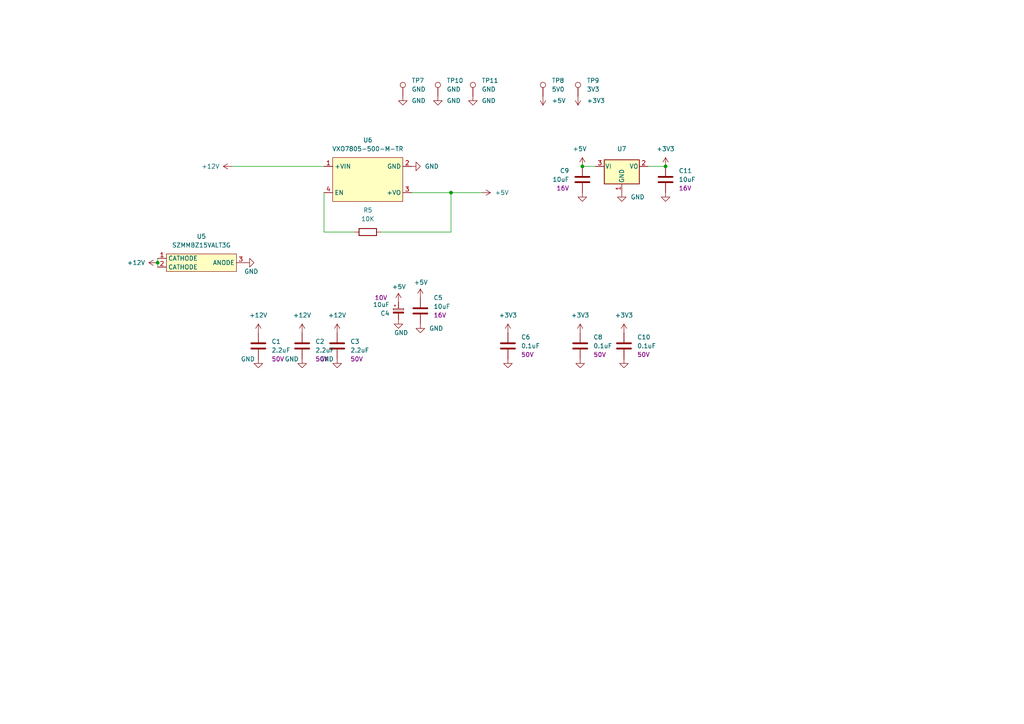
<source format=kicad_sch>
(kicad_sch (version 20211123) (generator eeschema)
  (paper "A4")
  (lib_symbols
    (symbol "Connector:TestPoint" (pin_numbers hide) (pin_names (offset 0.762) hide)
      (property "Reference" "TP" (at 0 6.858 0))
      (property "Value" "TestPoint" (at 0 5.08 0))
      (symbol "TestPoint_0_1"
        (circle (center 0 3.302) (radius 0.762))
      )
      (symbol "TestPoint_1_1"
        (pin passive line (at 0 0 90) (length 2.54) (name "1") (number "1"))
      )
    )
    (symbol "Converter_DCDC:VXO7805-500-M-TR"
      (property "Reference" "U" (at 0 0 0))
      (property "Value" "VXO7805-500-M-TR" (at 0 8.89 0))
      (symbol "VXO7805-500-M-TR_0_1"
        (rectangle (start -10.16 6.35) (end 10.16 -6.35) (fill (type background)))
        (pin power_in line (at -12.7 3.81 0) (length 2.54) (name "+VIN") (number "1"))
        (pin power_in line (at 12.7 3.81 180) (length 2.54) (name "GND") (number "2"))
        (pin power_out line (at 12.7 -3.81 180) (length 2.54) (name "+VO") (number "3"))
        (pin input line (at -12.7 -3.81 0) (length 2.54) (name "EN") (number "4"))
      )
    )
    (symbol "Device:C" (pin_numbers hide) (pin_names (offset 0.254))
      (property "Reference" "C" (at 0.635 2.54 0))
      (property "Value" "C" (at 0.635 -2.54 0))
      (symbol "C_0_1"
        (polyline (pts (xy -2.032 -0.762) (xy 2.032 -0.762)) (stroke (width 0.508)))
        (polyline (pts (xy -2.032 0.762) (xy 2.032 0.762)) (stroke (width 0.508)))
      )
      (symbol "C_1_1"
        (pin passive line (at 0 3.81 270) (length 2.794) (name "~") (number "1"))
        (pin passive line (at 0 -3.81 90) (length 2.794) (name "~") (number "2"))
      )
    )
    (symbol "Device:C_Polarized_Small" (pin_numbers hide) (pin_names (offset 0.254) hide)
      (property "Reference" "C" (at 0.254 1.778 0))
      (property "Value" "C_Polarized_Small" (at 0.254 -2.032 0))
      (symbol "C_Polarized_Small_0_1"
        (rectangle (start -1.524 -0.3048) (end 1.524 -0.6858) (fill (type outline)))
        (rectangle (start -1.524 0.6858) (end 1.524 0.3048))
        (polyline (pts (xy -1.27 1.524) (xy -0.762 1.524)))
        (polyline (pts (xy -1.016 1.27) (xy -1.016 1.778)))
      )
      (symbol "C_Polarized_Small_1_1"
        (pin passive line (at 0 2.54 270) (length 1.8542) (name "~") (number "1"))
        (pin passive line (at 0 -2.54 90) (length 1.8542) (name "~") (number "2"))
      )
    )
    (symbol "Device:R" (pin_numbers hide) (pin_names (offset 0))
      (property "Reference" "R" (at 2.032 0 90))
      (property "Value" "R" (at 0 0 90))
      (symbol "R_0_1"
        (rectangle (start -1.016 -2.54) (end 1.016 2.54) (stroke (width 0.254)))
      )
      (symbol "R_1_1"
        (pin passive line (at 0 3.81 270) (length 1.27) (name "~") (number "1"))
        (pin passive line (at 0 -3.81 90) (length 1.27) (name "~") (number "2"))
      )
    )
    (symbol "Power_Protection:SZMMBZ15VALT3G"
      (property "Reference" "U" (at 0 0 0))
      (property "Value" "SZMMBZ15VALT3G" (at 0 0 0))
      (symbol "SZMMBZ15VALT3G_0_1"
        (rectangle (start -10.16 -1.27) (end 10.16 -6.35) (fill (type background)))
        (pin input line (at -12.7 -2.54 0) (length 2.54) (name "CATHODE") (number "1"))
        (pin input line (at -12.7 -5.08 0) (length 2.54) (name "CATHODE") (number "2"))
        (pin input line (at 12.7 -3.81 180) (length 2.54) (name "ANODE") (number "3"))
      )
    )
    (symbol "Regulator_Linear:NCP1117LPST33T3G" (pin_names (offset 0.254))
      (property "Reference" "U" (at -3.81 3.175 0))
      (symbol "NCP1117LPST33T3G_0_1"
        (rectangle (start -5.08 -5.08) (end 5.08 1.905) (stroke (width 0.254)) (fill (type background)))
      )
      (symbol "NCP1117LPST33T3G_1_1"
        (pin power_in line (at 0 -7.62 90) (length 2.54) (name "GND") (number "1"))
        (pin power_out line (at 7.62 0 180) (length 2.54) (name "VO") (number "2"))
        (pin power_in line (at -7.62 0 0) (length 2.54) (name "VI") (number "3"))
      )
    )
    (symbol "power:+12V" (power) (pin_names (offset 0))
      (property "Value" "+12V" (at 0 3.556 0))
      (symbol "+12V_0_1"
        (polyline (pts (xy -0.762 1.27) (xy 0 2.54)))
        (polyline (pts (xy 0 0) (xy 0 2.54)))
        (polyline (pts (xy 0 2.54) (xy 0.762 1.27)))
      )
      (symbol "+12V_1_1"
        (pin power_in line (at 0 0 90) (length 0) hide (name "+12V") (number "1"))
      )
    )
    (symbol "power:+3V3" (power) (pin_names (offset 0))
      (property "Value" "+3V3" (at 0 3.556 0))
      (symbol "+3V3_0_1"
        (polyline (pts (xy -0.762 1.27) (xy 0 2.54)))
        (polyline (pts (xy 0 0) (xy 0 2.54)))
        (polyline (pts (xy 0 2.54) (xy 0.762 1.27)))
      )
      (symbol "+3V3_1_1"
        (pin power_in line (at 0 0 90) (length 0) hide (name "+3V3") (number "1"))
      )
    )
    (symbol "power:+5V" (power) (pin_names (offset 0))
      (property "Value" "+5V" (at 0 3.556 0))
      (symbol "+5V_0_1"
        (polyline (pts (xy -0.762 1.27) (xy 0 2.54)))
        (polyline (pts (xy 0 0) (xy 0 2.54)))
        (polyline (pts (xy 0 2.54) (xy 0.762 1.27)))
      )
      (symbol "+5V_1_1"
        (pin power_in line (at 0 0 90) (length 0) hide (name "+5V") (number "1"))
      )
    )
    (symbol "power:GND" (power) (pin_names (offset 0))
      (property "Value" "GND" (at 0 -3.81 0))
      (symbol "GND_0_1"
        (polyline (pts (xy 0 0) (xy 0 -1.27) (xy 1.27 -1.27) (xy 0 -2.54) (xy -1.27 -1.27) (xy 0 -1.27)))
      )
      (symbol "GND_1_1"
        (pin power_in line (at 0 0 270) (length 0) hide (name "GND") (number "1"))
      )
    )
  )
  (junction (at 168.91 48.26))
  (junction (at 45.72 76.2))
  (junction (at 130.81 55.88))
  (junction (at 193.04 48.26))
  (wire (pts (xy 168.91 48.26) (xy 172.72 48.26)))
  (wire (pts (xy 45.72 74.93) (xy 45.72 76.2)))
  (wire (pts (xy 119.38 55.88) (xy 130.81 55.88)))
  (wire (pts (xy 130.81 55.88) (xy 139.7 55.88)))
  (wire (pts (xy 67.31 48.26) (xy 93.98 48.26)))
  (wire (pts (xy 187.96 48.26) (xy 193.04 48.26)))
  (wire (pts (xy 130.81 67.31) (xy 130.81 55.88)))
  (wire (pts (xy 93.98 55.88) (xy 93.98 67.31)))
  (wire (pts (xy 93.98 67.31) (xy 102.87 67.31)))
  (wire (pts (xy 45.72 76.2) (xy 45.72 77.47)))
  (wire (pts (xy 110.49 67.31) (xy 130.81 67.31)))
  (symbol (lib_id "power:+5V") (at 157.48 27.94 180) (unit 1)
    (property "Reference" "#PWR0102" (effects hide))
    (property "Value" "+5V" (at 160.02 29.2099 0) (effects (justify right)))
  )
  (symbol (lib_id "power:GND") (at 127 27.94 0) (unit 1)
    (property "Reference" "#PWR0107" (effects hide))
    (property "Value" "GND" (at 129.54 29.2099 0) (effects (justify left)))
  )
  (symbol (lib_id "power:+3V3") (at 147.32 96.52 0) (unit 1)
    (property "Reference" "#PWR028" (effects hide))
    (property "Value" "+3V3" (at 147.32 91.44 0))
  )
  (symbol (lib_id "power:+3V3") (at 180.975 96.52 0) (unit 1)
    (property "Reference" "#PWR037" (effects hide))
    (property "Value" "+3V3" (at 180.975 91.44 0))
  )
  (symbol (lib_id "power:GND") (at 137.16 27.94 0) (unit 1)
    (property "Reference" "#PWR0106" (effects hide))
    (property "Value" "GND" (at 139.7 29.2099 0) (effects (justify left)))
  )
  (symbol (lib_id "power:+5V") (at 168.91 48.26 0) (unit 1)
    (property "Reference" "#PWR034" (effects hide))
    (property "Value" "+5V" (at 170.18 43.18 0) (effects (justify right)))
  )
  (symbol (lib_id "power:+12V") (at 97.79 96.52 0) (unit 1)
    (property "Reference" "#PWR020" (effects hide))
    (property "Value" "+12V" (at 97.79 91.44 0))
  )
  (symbol (lib_id "power:+12V") (at 45.72 76.2 90) (unit 1)
    (property "Reference" "#PWR013" (effects hide))
    (property "Value" "+12V" (at 36.83 76.2 90) (effects (justify right)))
  )
  (symbol (lib_id "Power_Protection:SZMMBZ15VALT3G") (at 58.42 72.39 0) (unit 1)
    (property "Reference" "U5" (at 58.42 68.58 0))
    (property "Value" "SZMMBZ15VALT3G" (at 58.42 71.12 0))
    (property "Footprint" "Package_TO_SOT_SMD:TSOT-23" (effects hide))
    (property "Datasheet" "https://www.onsemi.com/pdf/datasheet/mmbz5v6alt1-d.pdf" (effects hide))
  )
  (symbol (lib_id "Device:C") (at 74.93 100.33 0) (unit 1)
    (property "Reference" "C1" (at 78.74 99.0599 0) (effects (justify left)))
    (property "Value" "2.2uF" (at 78.74 101.5999 0) (effects (justify left)))
    (property "Footprint" "Capacitor_SMD:C_0805_2012Metric" (effects hide))
    (property "Rated Voltage" "50V" (at 78.74 104.14 0) (effects (justify left)))
  )
  (symbol (lib_id "Device:C") (at 180.975 100.33 0) (unit 1)
    (property "Reference" "C10" (at 184.785 97.7899 0) (effects (justify left)))
    (property "Value" "0.1uF" (at 184.785 100.3299 0) (effects (justify left)))
    (property "Footprint" "Capacitor_SMD:C_0805_2012Metric" (effects hide))
    (property "Rated Voltage" "50V" (at 184.785 102.87 0) (effects (justify left)))
  )
  (symbol (lib_id "Device:C") (at 87.63 100.33 0) (unit 1)
    (property "Reference" "C2" (at 91.44 99.0599 0) (effects (justify left)))
    (property "Value" "2.2uF" (at 91.44 101.5999 0) (effects (justify left)))
    (property "Footprint" "Capacitor_SMD:C_0805_2012Metric" (effects hide))
    (property "Rated Voltage" "50V" (at 91.44 104.14 0) (effects (justify left)))
  )
  (symbol (lib_id "power:+3V3") (at 167.64 27.94 180) (unit 1)
    (property "Reference" "#PWR0103" (effects hide))
    (property "Value" "+3V3" (at 170.18 29.2099 0) (effects (justify right)))
  )
  (symbol (lib_id "Connector:TestPoint") (at 157.48 27.94 0) (unit 1)
    (property "Reference" "TP8" (at 160.02 23.3679 0) (effects (justify left)))
    (property "Value" "5V0" (at 160.02 25.9079 0) (effects (justify left)))
    (property "Footprint" "TestPoint:TestPoint_THTPad_D2.0mm_Drill1.0mm" (effects hide))
  )
  (symbol (lib_id "Connector:TestPoint") (at 167.64 27.94 0) (unit 1)
    (property "Reference" "TP9" (at 170.18 23.3679 0) (effects (justify left)))
    (property "Value" "3V3" (at 170.18 25.9079 0) (effects (justify left)))
    (property "Footprint" "TestPoint:TestPoint_THTPad_D2.0mm_Drill1.0mm" (effects hide))
  )
  (symbol (lib_id "Device:C") (at 168.91 52.07 0) (unit 1)
    (property "Reference" "C9" (at 165.1 49.5299 0) (effects (justify right)))
    (property "Value" "10uF" (at 165.1 52.0699 0) (effects (justify right)))
    (property "Footprint" "Capacitor_SMD:C_0805_2012Metric" (effects hide))
    (property "Rated Voltage" "16V" (at 165.1 54.61 0) (effects (justify right)))
  )
  (symbol (lib_id "power:+3V3") (at 193.04 48.26 0) (unit 1)
    (property "Reference" "#PWR039" (effects hide))
    (property "Value" "+3V3" (at 193.04 43.18 0))
  )
  (symbol (lib_id "power:+5V") (at 115.57 87.63 0) (unit 1)
    (property "Reference" "#PWR022" (effects hide))
    (property "Value" "+5V" (at 113.665 83.185 0) (effects (justify left)))
  )
  (symbol (lib_id "power:+12V") (at 87.63 96.52 0) (unit 1)
    (property "Reference" "#PWR018" (effects hide))
    (property "Value" "+12V" (at 87.63 91.44 0))
  )
  (symbol (lib_id "power:GND") (at 97.79 104.14 0) (unit 1)
    (property "Reference" "#PWR021" (effects hide))
    (property "Value" "GND" (at 92.71 104.14 0) (effects (justify left)))
  )
  (symbol (lib_id "Connector:TestPoint") (at 137.16 27.94 0) (unit 1)
    (property "Reference" "TP11" (at 139.7 23.3679 0) (effects (justify left)))
    (property "Value" "GND" (at 139.7 25.9079 0) (effects (justify left)))
    (property "Footprint" "TestPoint:TestPoint_THTPad_D2.0mm_Drill1.0mm" (effects hide))
  )
  (symbol (lib_id "Device:C") (at 147.32 100.33 0) (unit 1)
    (property "Reference" "C6" (at 151.13 97.7899 0) (effects (justify left)))
    (property "Value" "0.1uF" (at 151.13 100.3299 0) (effects (justify left)))
    (property "Footprint" "Capacitor_SMD:C_0805_2012Metric" (effects hide))
    (property "Rated Voltage" "50V" (at 151.13 102.87 0) (effects (justify left)))
  )
  (symbol (lib_id "power:+5V") (at 139.7 55.88 270) (unit 1)
    (property "Reference" "#PWR027" (effects hide))
    (property "Value" "+5V" (at 143.51 55.8799 90) (effects (justify left)))
  )
  (symbol (lib_id "power:GND") (at 71.12 76.2 90) (unit 1)
    (property "Reference" "#PWR015" (effects hide))
    (property "Value" "GND" (at 74.93 78.74 90) (effects (justify left)))
  )
  (symbol (lib_id "power:GND") (at 119.38 48.26 90) (unit 1)
    (property "Reference" "#PWR024" (effects hide))
    (property "Value" "GND" (at 123.19 48.2599 90) (effects (justify right)))
  )
  (symbol (lib_id "power:GND") (at 121.92 93.98 0) (unit 1)
    (property "Reference" "#PWR026" (effects hide))
    (property "Value" "GND" (at 124.46 95.2499 0) (effects (justify left)))
  )
  (symbol (lib_id "Device:C_Polarized_Small") (at 115.57 90.17 0) (unit 1)
    (property "Reference" "C4" (at 113.03 90.894 0) (effects (justify right)))
    (property "Value" "10uF" (at 113.03 88.354 0) (effects (justify right)))
    (property "Footprint" "Capacitor_Tantalum_SMD:CP_EIA-6032-20_AVX-F" (effects hide))
    (property "Voltage" "10V" (at 110.49 86.36 0))
  )
  (symbol (lib_id "power:GND") (at 180.34 55.88 0) (unit 1)
    (property "Reference" "#PWR036" (effects hide))
    (property "Value" "GND" (at 182.88 57.1499 0) (effects (justify left)))
  )
  (symbol (lib_id "power:GND") (at 147.32 104.14 0) (unit 1)
    (property "Reference" "#PWR029" (effects hide))
    (property "Value" "GND" (effects hide))
  )
  (symbol (lib_id "power:GND") (at 180.975 104.14 0) (unit 1)
    (property "Reference" "#PWR038" (effects hide))
    (property "Value" "GND" (effects hide))
  )
  (symbol (lib_id "Device:C") (at 97.79 100.33 0) (unit 1)
    (property "Reference" "C3" (at 101.6 99.0599 0) (effects (justify left)))
    (property "Value" "2.2uF" (at 101.6 101.5999 0) (effects (justify left)))
    (property "Footprint" "Capacitor_SMD:C_0805_2012Metric" (effects hide))
    (property "Rated Voltage" "50V" (at 101.6 104.14 0) (effects (justify left)))
  )
  (symbol (lib_id "power:GND") (at 193.04 55.88 0) (unit 1)
    (property "Reference" "#PWR040" (effects hide))
    (property "Value" "GND" (effects hide))
  )
  (symbol (lib_id "power:+12V") (at 67.31 48.26 90) (unit 1)
    (property "Reference" "#PWR014" (effects hide))
    (property "Value" "+12V" (at 58.42 48.26 90) (effects (justify right)))
  )
  (symbol (lib_id "Device:C") (at 193.04 52.07 0) (unit 1)
    (property "Reference" "C11" (at 196.85 49.5299 0) (effects (justify left)))
    (property "Value" "10uF" (at 196.85 52.0699 0) (effects (justify left)))
    (property "Footprint" "Capacitor_SMD:C_0805_2012Metric" (effects hide))
    (property "Rated Voltage" "16V" (at 196.85 54.61 0) (effects (justify left)))
  )
  (symbol (lib_id "power:GND") (at 116.84 27.94 0) (unit 1)
    (property "Reference" "#PWR0117" (effects hide))
    (property "Value" "GND" (at 119.38 29.2099 0) (effects (justify left)))
  )
  (symbol (lib_id "power:GND") (at 87.63 104.14 0) (unit 1)
    (property "Reference" "#PWR019" (effects hide))
    (property "Value" "GND" (at 82.55 104.14 0) (effects (justify left)))
  )
  (symbol (lib_id "power:+12V") (at 74.93 96.52 0) (unit 1)
    (property "Reference" "#PWR016" (effects hide))
    (property "Value" "+12V" (at 74.93 91.44 0))
  )
  (symbol (lib_id "Device:R") (at 106.68 67.31 270) (unit 1)
    (property "Reference" "R5" (at 106.68 60.96 90))
    (property "Value" "10K" (at 106.68 63.5 90))
    (property "Footprint" "Resistor_SMD:R_0805_2012Metric" (effects hide))
  )
  (symbol (lib_id "Connector:TestPoint") (at 116.84 27.94 0) (unit 1)
    (property "Reference" "TP7" (at 119.38 23.3679 0) (effects (justify left)))
    (property "Value" "GND" (at 119.38 25.9079 0) (effects (justify left)))
    (property "Footprint" "TestPoint:TestPoint_THTPad_D2.0mm_Drill1.0mm" (effects hide))
  )
  (symbol (lib_id "Device:C") (at 121.92 90.17 0) (unit 1)
    (property "Reference" "C5" (at 125.73 86.3599 0) (effects (justify left)))
    (property "Value" "10uF" (at 125.73 88.8999 0) (effects (justify left)))
    (property "Footprint" "Capacitor_SMD:C_0805_2012Metric" (effects hide))
    (property "Rated Voltage" "16V" (at 125.73 91.44 0) (effects (justify left)))
  )
  (symbol (lib_id "Converter_DCDC:VXO7805-500-M-TR") (at 106.68 52.07 0) (unit 1)
    (property "Reference" "U6" (at 106.68 40.64 0))
    (property "Value" "VXO7805-500-M-TR" (at 106.68 43.18 0))
    (property "Footprint" "kicadlibrary:VXO7805-500-M-TR" (effects hide))
    (property "Datasheet" "https://www.cui.com/product/resource/vxo78-500-m.pdf" (effects hide))
  )
  (symbol (lib_id "power:+5V") (at 121.92 86.36 0) (unit 1)
    (property "Reference" "#PWR025" (effects hide))
    (property "Value" "+5V" (at 120.015 81.915 0) (effects (justify left)))
  )
  (symbol (lib_id "power:+3V3") (at 168.275 96.52 0) (unit 1)
    (property "Reference" "#PWR032" (effects hide))
    (property "Value" "+3V3" (at 168.275 91.44 0))
  )
  (symbol (lib_id "power:GND") (at 74.93 104.14 0) (unit 1)
    (property "Reference" "#PWR017" (effects hide))
    (property "Value" "GND" (at 69.85 104.14 0) (effects (justify left)))
  )
  (symbol (lib_id "Device:C") (at 168.275 100.33 0) (unit 1)
    (property "Reference" "C8" (at 172.085 97.7899 0) (effects (justify left)))
    (property "Value" "0.1uF" (at 172.085 100.3299 0) (effects (justify left)))
    (property "Footprint" "Capacitor_SMD:C_0805_2012Metric" (effects hide))
    (property "Rated Voltage" "50V" (at 172.085 102.87 0) (effects (justify left)))
  )
  (symbol (lib_id "power:GND") (at 115.57 92.71 0) (unit 1)
    (property "Reference" "#PWR023" (effects hide))
    (property "Value" "GND" (at 114.3 96.52 0) (effects (justify left)))
  )
  (symbol (lib_id "power:GND") (at 168.275 104.14 0) (unit 1)
    (property "Reference" "#PWR033" (effects hide))
    (property "Value" "GND" (effects hide))
  )
  (symbol (lib_id "Regulator_Linear:NCP1117LPST33T3G") (at 180.34 48.26 0) (unit 1)
    (property "Reference" "U7" (at 180.34 43.18 0))
    (property "Value" "NCP1117LPST33T3G" (effects hide))
    (property "Footprint" "Package_TO_SOT_SMD:SOT-223-3_TabPin2" (effects hide))
    (property "Datasheet" "https://www.onsemi.com/pdf/datasheet/ncp1117lp-d.pdf" (effects hide))
    (property "Spice_Primitive" "V" (effects hide))
    (property "Spice_Model" "dc 3.3" (effects hide))
    (property "Spice_Netlist_Enabled" "Y" (effects hide))
  )
  (symbol (lib_id "Connector:TestPoint") (at 127 27.94 0) (unit 1)
    (property "Reference" "TP10" (at 129.54 23.3679 0) (effects (justify left)))
    (property "Value" "GND" (at 129.54 25.9079 0) (effects (justify left)))
    (property "Footprint" "TestPoint:TestPoint_THTPad_D2.0mm_Drill1.0mm" (effects hide))
  )
  (symbol (lib_id "power:GND") (at 168.91 55.88 0) (unit 1)
    (property "Reference" "#PWR035" (effects hide))
    (property "Value" "GND" (effects hide))
  )
)
</source>
